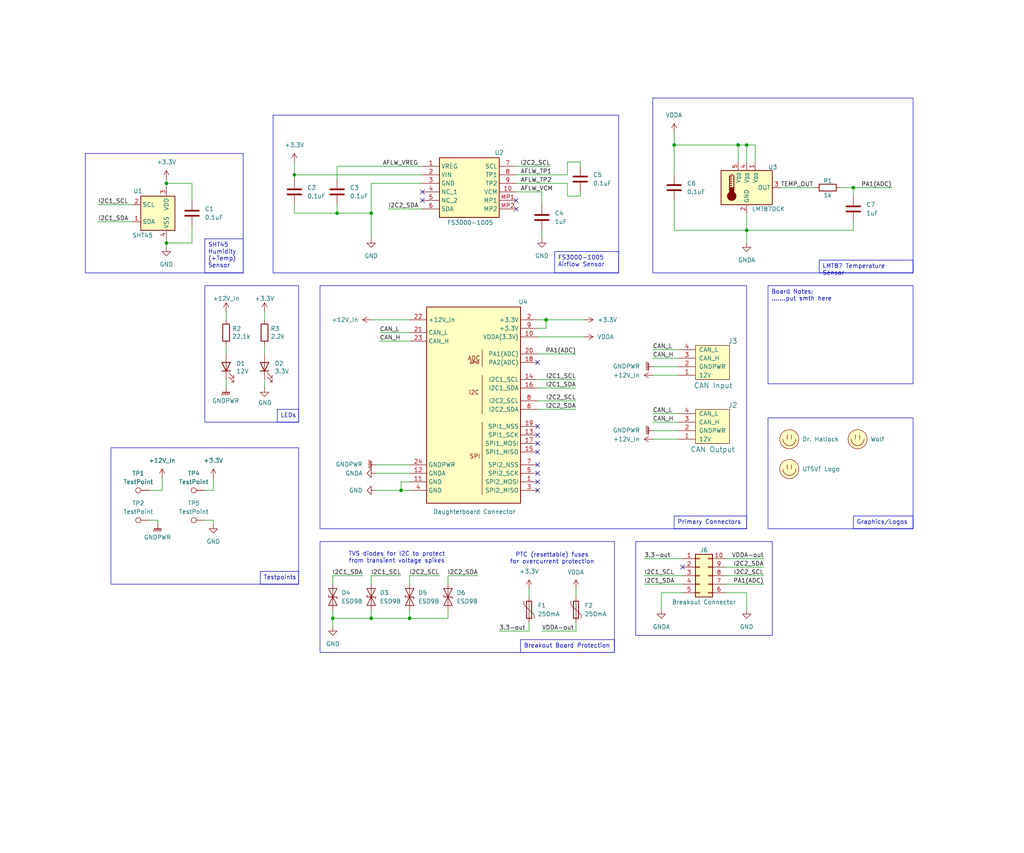
<source format=kicad_sch>
(kicad_sch (version 20231120) (generator "eeschema") (generator_version "8.0")
  (paper "User" 304.8 254)
  (title_block (title "DataAcq-EnvironmentBoard"))
  (lib_symbols
    (symbol "Connector:TestPoint" (pin_numbers hide) (pin_names (offset 0.762) hide)
      (property "Reference" "TP" (at 0 6.858 0))
      (property "Value" "TestPoint" (at 0 5.08 0))
      (symbol "TestPoint_0_1"
        (circle (center 0 3.302) (radius 0.762))
      )
      (symbol "TestPoint_1_1"
        (pin passive line (at 0 0 90) (length 2.54) (name "1") (number "1"))
      )
    )
    (symbol "Connector_Generic:Conn_02x05_Counter_Clockwise" (pin_names (offset 1.016) hide)
      (property "Reference" "J" (at 1.27 7.62 0))
      (property "Value" "Conn_02x05_Counter_Clockwise" (at 1.27 -7.62 0))
      (symbol "Conn_02x05_Counter_Clockwise_1_1"
        (rectangle (start -1.27 -4.953) (end 0 -5.207) (stroke (width 0.1524)))
        (rectangle (start -1.27 -2.413) (end 0 -2.667) (stroke (width 0.1524)))
        (rectangle (start -1.27 0.127) (end 0 -0.127) (stroke (width 0.1524)))
        (rectangle (start -1.27 2.667) (end 0 2.413) (stroke (width 0.1524)))
        (rectangle (start -1.27 5.207) (end 0 4.953) (stroke (width 0.1524)))
        (rectangle (start -1.27 6.35) (end 3.81 -6.35) (stroke (width 0.254)) (fill (type background)))
        (rectangle (start 3.81 -4.953) (end 2.54 -5.207) (stroke (width 0.1524)))
        (rectangle (start 3.81 -2.413) (end 2.54 -2.667) (stroke (width 0.1524)))
        (rectangle (start 3.81 0.127) (end 2.54 -0.127) (stroke (width 0.1524)))
        (rectangle (start 3.81 2.667) (end 2.54 2.413) (stroke (width 0.1524)))
        (rectangle (start 3.81 5.207) (end 2.54 4.953) (stroke (width 0.1524)))
        (pin passive line (at -5.08 5.08 0) (length 3.81) (name "Pin_1") (number "1"))
        (pin passive line (at 7.62 5.08 180) (length 3.81) (name "Pin_10") (number "10"))
        (pin passive line (at -5.08 2.54 0) (length 3.81) (name "Pin_2") (number "2"))
        (pin passive line (at -5.08 0 0) (length 3.81) (name "Pin_3") (number "3"))
        (pin passive line (at -5.08 -2.54 0) (length 3.81) (name "Pin_4") (number "4"))
        (pin passive line (at -5.08 -5.08 0) (length 3.81) (name "Pin_5") (number "5"))
        (pin passive line (at 7.62 -5.08 180) (length 3.81) (name "Pin_6") (number "6"))
        (pin passive line (at 7.62 -2.54 180) (length 3.81) (name "Pin_7") (number "7"))
        (pin passive line (at 7.62 0 180) (length 3.81) (name "Pin_8") (number "8"))
        (pin passive line (at 7.62 2.54 180) (length 3.81) (name "Pin_9") (number "9"))
      )
    )
    (symbol "Device:C" (pin_numbers hide) (pin_names (offset 0.254))
      (property "Reference" "C" (at 0.635 2.54 0))
      (property "Value" "C" (at 0.635 -2.54 0))
      (symbol "C_0_1"
        (polyline (pts (xy -2.032 -0.762) (xy 2.032 -0.762)) (stroke (width 0.508)))
        (polyline (pts (xy -2.032 0.762) (xy 2.032 0.762)) (stroke (width 0.508)))
      )
      (symbol "C_1_1"
        (pin passive line (at 0 3.81 270) (length 2.794) (name "~") (number "1"))
        (pin passive line (at 0 -3.81 90) (length 2.794) (name "~") (number "2"))
      )
    )
    (symbol "Device:LED" (pin_numbers hide) (pin_names (offset 1.016) hide)
      (property "Reference" "D" (at 0 2.54 0))
      (property "Value" "LED" (at 0 -2.54 0))
      (symbol "LED_0_1"
        (polyline (pts (xy -1.27 -1.27) (xy -1.27 1.27)) (stroke (width 0.254)))
        (polyline (pts (xy -1.27 0) (xy 1.27 0)))
        (polyline (pts (xy 1.27 -1.27) (xy 1.27 1.27) (xy -1.27 0) (xy 1.27 -1.27)) (stroke (width 0.254)))
        (polyline (pts (xy -3.048 -0.762) (xy -4.572 -2.286) (xy -3.81 -2.286) (xy -4.572 -2.286) (xy -4.572 -1.524)))
        (polyline (pts (xy -1.778 -0.762) (xy -3.302 -2.286) (xy -2.54 -2.286) (xy -3.302 -2.286) (xy -3.302 -1.524)))
      )
      (symbol "LED_1_1"
        (pin passive line (at -3.81 0 0) (length 2.54) (name "K") (number "1"))
        (pin passive line (at 3.81 0 180) (length 2.54) (name "A") (number "2"))
      )
    )
    (symbol "Device:Polyfuse" (pin_numbers hide) (pin_names (offset 0))
      (property "Reference" "F" (at -2.54 0 90))
      (property "Value" "Polyfuse" (at 2.54 0 90))
      (symbol "Polyfuse_0_1"
        (rectangle (start -0.762 2.54) (end 0.762 -2.54) (stroke (width 0.254)))
        (polyline (pts (xy 0 2.54) (xy 0 -2.54)))
        (polyline (pts (xy -1.524 2.54) (xy -1.524 1.524) (xy 1.524 -1.524) (xy 1.524 -2.54)))
      )
      (symbol "Polyfuse_1_1"
        (pin passive line (at 0 3.81 270) (length 1.27) (name "~") (number "1"))
        (pin passive line (at 0 -3.81 90) (length 1.27) (name "~") (number "2"))
      )
    )
    (symbol "Device:R" (pin_numbers hide) (pin_names (offset 0))
      (property "Reference" "R" (at 2.032 0 90))
      (property "Value" "R" (at 0 0 90))
      (symbol "R_0_1"
        (rectangle (start -1.016 -2.54) (end 1.016 2.54) (stroke (width 0.254)))
      )
      (symbol "R_1_1"
        (pin passive line (at 0 3.81 270) (length 1.27) (name "~") (number "1"))
        (pin passive line (at 0 -3.81 90) (length 1.27) (name "~") (number "2"))
      )
    )
    (symbol "Diode:ESD9B3.3ST5G" (pin_numbers hide) (pin_names (offset 1.016) hide)
      (property "Reference" "D" (at 0 2.54 0))
      (property "Value" "ESD9B3.3ST5G" (at 0 -2.54 0))
      (symbol "ESD9B3.3ST5G_0_1"
        (polyline (pts (xy 1.27 0) (xy -1.27 0)))
        (polyline (pts (xy -2.54 -1.27) (xy 0 0) (xy -2.54 1.27) (xy -2.54 -1.27)) (stroke (width 0.2032)))
        (polyline (pts (xy 0.508 1.27) (xy 0 1.27) (xy 0 -1.27) (xy -0.508 -1.27)) (stroke (width 0.2032)))
        (polyline (pts (xy 2.54 1.27) (xy 2.54 -1.27) (xy 0 0) (xy 2.54 1.27)) (stroke (width 0.2032)))
      )
      (symbol "ESD9B3.3ST5G_1_1"
        (pin passive line (at -3.81 0 0) (length 2.54) (name "A1") (number "1"))
        (pin passive line (at 3.81 0 180) (length 2.54) (name "A2") (number "2"))
      )
    )
    (symbol "SamacSys_Parts:FS3000-1005"
      (property "Reference" "U" (at 24.13 7.62 0))
      (property "Value" "FS3000-1005" (at 24.13 5.08 0))
      (symbol "FS3000-1005_1_1"
        (rectangle (start 5.08 2.54) (end 22.86 -15.24) (stroke (width 0.254)) (fill (type background)))
        (pin passive line (at 0 0 0) (length 5.08) (name "VREG") (number "1"))
        (pin passive line (at 27.94 -7.62 180) (length 5.08) (name "VCM") (number "10"))
        (pin passive line (at 0 -2.54 0) (length 5.08) (name "VIN") (number "2"))
        (pin passive line (at 0 -5.08 0) (length 5.08) (name "GND") (number "3"))
        (pin passive line (at 0 -7.62 0) (length 5.08) (name "NC_1") (number "4"))
        (pin passive line (at 0 -10.16 0) (length 5.08) (name "NC_2") (number "5"))
        (pin passive line (at 0 -12.7 0) (length 5.08) (name "SDA") (number "6"))
        (pin passive line (at 27.94 0 180) (length 5.08) (name "SCL") (number "7"))
        (pin passive line (at 27.94 -2.54 180) (length 5.08) (name "TP1") (number "8"))
        (pin passive line (at 27.94 -5.08 180) (length 5.08) (name "TP2") (number "9"))
        (pin passive line (at 27.94 -10.16 180) (length 5.08) (name "MP1") (number "MP1"))
        (pin passive line (at 27.94 -12.7 180) (length 5.08) (name "MP2") (number "MP2"))
      )
    )
    (symbol "Sensor_Humidity:SHT4x"
      (property "Reference" "U" (at 0 8.89 0))
      (property "Value" "SHT4x" (at 0 6.35 0))
      (symbol "SHT4x_1_1"
        (rectangle (start -5.08 5.08) (end 5.08 -5.08) (stroke (width 0.254)) (fill (type background)))
        (pin bidirectional line (at -7.62 -2.54 0) (length 2.54) (name "SDA") (number "1"))
        (pin input line (at -7.62 2.54 0) (length 2.54) (name "SCL") (number "2"))
        (pin power_in line (at 2.54 7.62 270) (length 2.54) (name "VDD") (number "3"))
        (pin power_in line (at 2.54 -7.62 90) (length 2.54) (name "VSS") (number "4"))
      )
    )
    (symbol "Sensor_Temperature:LMT87DCK"
      (property "Reference" "U" (at -6.35 6.35 0))
      (property "Value" "LMT87DCK" (at 5.08 6.35 0))
      (symbol "LMT87DCK_0_1"
        (rectangle (start -7.62 5.08) (end 7.62 -5.08) (stroke (width 0.254)) (fill (type background)))
        (circle (center -4.445 -2.54) (radius 1.27) (stroke (width 0.254)) (fill (type outline)))
        (rectangle (start -3.81 -1.905) (end -5.08 0) (stroke (width 0.254)) (fill (type outline)))
        (arc (start -3.81 3.175) (mid -4.445 3.8073) (end -5.08 3.175) (stroke (width 0.254)))
        (polyline (pts (xy -5.08 0.635) (xy -4.445 0.635)) (stroke (width 0.254)))
        (polyline (pts (xy -5.08 1.27) (xy -4.445 1.27)) (stroke (width 0.254)))
        (polyline (pts (xy -5.08 1.905) (xy -4.445 1.905)) (stroke (width 0.254)))
        (polyline (pts (xy -5.08 2.54) (xy -4.445 2.54)) (stroke (width 0.254)))
        (polyline (pts (xy -5.08 3.175) (xy -5.08 0)) (stroke (width 0.254)))
        (polyline (pts (xy -5.08 3.175) (xy -4.445 3.175)) (stroke (width 0.254)))
        (polyline (pts (xy -3.81 3.175) (xy -3.81 0)) (stroke (width 0.254)))
      )
      (symbol "LMT87DCK_1_1"
        (pin power_in line (at 2.54 7.62 270) (length 2.54) (name "V_{DD}") (number "1"))
        (pin power_in line (at 0 -7.62 90) (length 2.54) (name "GND") (number "2"))
        (pin output line (at 10.16 0 180) (length 2.54) (name "OUT") (number "3"))
        (pin power_in line (at 0 7.62 270) (length 2.54) (name "V_{DD}") (number "4"))
        (pin power_in line (at -2.54 7.62 270) (length 2.54) (name "V_{DD}") (number "5"))
      )
    )
    (symbol "power:+12V" (power) (pin_numbers hide) (pin_names (offset 0) hide)
      (property "Value" "+12V" (at 0 3.556 0))
      (symbol "+12V_0_1"
        (polyline (pts (xy -0.762 1.27) (xy 0 2.54)))
        (polyline (pts (xy 0 0) (xy 0 2.54)))
        (polyline (pts (xy 0 2.54) (xy 0.762 1.27)))
      )
      (symbol "+12V_1_1"
        (pin power_in line (at 0 0 90) (length 0) (name "~") (number "1"))
      )
    )
    (symbol "power:+3.3V" (power) (pin_numbers hide) (pin_names (offset 0) hide)
      (property "Value" "+3.3V" (at 0 3.556 0))
      (symbol "+3.3V_0_1"
        (polyline (pts (xy -0.762 1.27) (xy 0 2.54)))
        (polyline (pts (xy 0 0) (xy 0 2.54)))
        (polyline (pts (xy 0 2.54) (xy 0.762 1.27)))
      )
      (symbol "+3.3V_1_1"
        (pin power_in line (at 0 0 90) (length 0) (name "~") (number "1"))
      )
    )
    (symbol "power:GND" (power) (pin_numbers hide) (pin_names (offset 0) hide)
      (property "Value" "GND" (at 0 -3.81 0))
      (symbol "GND_0_1"
        (polyline (pts (xy 0 0) (xy 0 -1.27) (xy 1.27 -1.27) (xy 0 -2.54) (xy -1.27 -1.27) (xy 0 -1.27)))
      )
      (symbol "GND_1_1"
        (pin power_in line (at 0 0 270) (length 0) (name "~") (number "1"))
      )
    )
    (symbol "power:GNDA" (power) (pin_numbers hide) (pin_names (offset 0) hide)
      (property "Value" "GNDA" (at 0 -3.81 0))
      (symbol "GNDA_0_1"
        (polyline (pts (xy 0 0) (xy 0 -1.27) (xy 1.27 -1.27) (xy 0 -2.54) (xy -1.27 -1.27) (xy 0 -1.27)))
      )
      (symbol "GNDA_1_1"
        (pin power_in line (at 0 0 270) (length 0) (name "~") (number "1"))
      )
    )
    (symbol "power:GNDPWR" (power) (pin_numbers hide) (pin_names (offset 0) hide)
      (property "Value" "GNDPWR" (at 0 -3.302 0))
      (symbol "GNDPWR_0_1"
        (polyline (pts (xy 0 -1.27) (xy 0 0)))
        (polyline (pts (xy -1.016 -1.27) (xy -1.27 -2.032) (xy -1.27 -2.032)) (stroke (width 0.2032)))
        (polyline (pts (xy -0.508 -1.27) (xy -0.762 -2.032) (xy -0.762 -2.032)) (stroke (width 0.2032)))
        (polyline (pts (xy 0 -1.27) (xy -0.254 -2.032) (xy -0.254 -2.032)) (stroke (width 0.2032)))
        (polyline (pts (xy 0.508 -1.27) (xy 0.254 -2.032) (xy 0.254 -2.032)) (stroke (width 0.2032)))
        (polyline (pts (xy 1.016 -1.27) (xy -1.016 -1.27) (xy -1.016 -1.27)) (stroke (width 0.2032)))
        (polyline (pts (xy 1.016 -1.27) (xy 0.762 -2.032) (xy 0.762 -2.032) (xy 0.762 -2.032)) (stroke (width 0.2032)))
      )
      (symbol "GNDPWR_1_1"
        (pin power_in line (at 0 0 270) (length 0) (name "~") (number "1"))
      )
    )
    (symbol "power:VDDA" (power) (pin_numbers hide) (pin_names (offset 0) hide)
      (property "Value" "VDDA" (at 0 3.556 0))
      (symbol "VDDA_0_1"
        (polyline (pts (xy -0.762 1.27) (xy 0 2.54)))
        (polyline (pts (xy 0 0) (xy 0 2.54)))
        (polyline (pts (xy 0 2.54) (xy 0.762 1.27)))
      )
      (symbol "VDDA_1_1"
        (pin power_in line (at 0 0 90) (length 0) (name "~") (number "1"))
      )
    )
    (symbol "utsvt-connectors:PeripheralCANConnector" (pin_names (offset 1.016))
      (property "Reference" "J" (at 1.27 -6.35 0))
      (property "Value" "PeripheralCANConnector" (at 0 6.35 0))
      (symbol "PeripheralCANConnector_0_1"
        (rectangle (start -5.08 5.08) (end 5.08 -5.08) (fill (type background)))
      )
      (symbol "PeripheralCANConnector_1_1"
        (pin power_in line (at 10.16 3.81 180) (length 5.08) (name "12V") (number "1"))
        (pin power_in line (at 10.16 1.27 180) (length 5.08) (name "GNDPWR") (number "2"))
        (pin bidirectional line (at 10.16 -1.27 180) (length 5.08) (name "CAN_H") (number "3"))
        (pin bidirectional line (at 10.16 -3.81 180) (length 5.08) (name "CAN_L") (number "4"))
      )
    )
    (symbol "utsvt-misc:Logo_Placeholder" (pin_names (offset 1.016))
      (property "Value" "Logo_Placeholder" (at 0 3.81 0))
      (symbol "Logo_Placeholder_0_1"
        (arc (start -1.905 0) (mid 0 -1.8967) (end 1.905 0))
        (polyline (pts (xy -0.635 1.27) (xy -0.635 0)))
        (polyline (pts (xy 0.635 1.27) (xy 0.635 0)))
        (circle (center 0 0) (radius 2.8448) (fill (type background)))
      )
    )
    (symbol "utsvt-misc:PeripheralSOM"
      (property "Reference" "U" (at -13.716 30.48 0))
      (property "Value" "PeripheralSOM" (at 7.112 30.48 0))
      (property "P/N" "53307-2471" (at 0 0 0))
      (symbol "PeripheralSOM_1_1"
        (rectangle (start -13.97 29.21) (end 13.97 -29.21) (stroke (width 0.254)) (fill (type background)))
        (polyline (pts (xy 2.54 -5.08) (xy 2.54 -26.67)))
        (polyline (pts (xy 2.54 8.89) (xy 2.54 -2.54)))
        (polyline (pts (xy 2.54 16.51) (xy 2.54 11.43)))
        (text "ADC" (at 2.032 13.97 0) (effects (font (size 1.27 1.27)) (justify right)))
        (text "GPIO" (at 1.778 12.7 0) (effects (font (size 0.8 0.8)) (justify right)))
        (text "I2C" (at 1.778 3.81 0) (effects (font (size 1.27 1.27)) (justify right)))
        (text "SPI" (at 2.032 -15.24 0) (effects (font (size 1.27 1.27)) (justify right)))
        (pin passive line (at 19.05 -22.86 180) (length 5.08) (name "SPI2_MOSI") (number "1"))
        (pin passive line (at 19.05 20.32 180) (length 5.08) (name "VDDA(3.3V)") (number "10"))
        (pin output line (at -19.05 -22.86 0) (length 5.08) (name "GND") (number "11"))
        (pin output line (at -19.05 -20.32 0) (length 5.08) (name "GNDA") (number "12"))
        (pin passive line (at 19.05 -8.89 180) (length 5.08) (name "SPI1_SCK") (number "13"))
        (pin passive line (at 19.05 7.62 180) (length 5.08) (name "I2C1_SCL") (number "14"))
        (pin passive line (at 19.05 -13.97 180) (length 5.08) (name "SPI1_MISO") (number "15"))
        (pin passive line (at 19.05 5.08 180) (length 5.08) (name "I2C1_SDA") (number "16"))
        (pin passive line (at 19.05 -11.43 180) (length 5.08) (name "SPI1_MOSI") (number "17"))
        (pin passive line (at 19.05 12.7 180) (length 5.08) (name "PA2(ADC)") (number "18"))
        (pin passive line (at 19.05 -6.35 180) (length 5.08) (name "SPI1_NSS") (number "19"))
        (pin passive line (at 19.05 25.4 180) (length 5.08) (name "+3.3V") (number "2"))
        (pin passive line (at 19.05 15.24 180) (length 5.08) (name "PA1(ADC)") (number "20"))
        (pin passive line (at -19.05 21.59 0) (length 5.08) (name "CAN_L") (number "21"))
        (pin input line (at -19.05 25.4 0) (length 5.08) (name "+12V_In") (number "22"))
        (pin passive line (at -19.05 19.05 0) (length 5.08) (name "CAN_H") (number "23"))
        (pin passive line (at -19.05 -17.78 0) (length 5.08) (name "GNDPWR") (number "24"))
        (pin passive line (at 19.05 -25.4 180) (length 5.08) (name "SPI2_MISO") (number "3"))
        (pin output line (at -19.05 -25.4 0) (length 5.08) (name "GND") (number "4"))
        (pin passive line (at 19.05 -20.32 180) (length 5.08) (name "SPI2_SCK") (number "5"))
        (pin passive line (at 19.05 -1.27 180) (length 5.08) (name "I2C2_SDA") (number "6"))
        (pin passive line (at 19.05 -17.78 180) (length 5.08) (name "SPI2_NSS") (number "7"))
        (pin passive line (at 19.05 1.27 180) (length 5.08) (name "I2C2_SCL") (number "8"))
        (pin output line (at 19.05 22.86 180) (length 5.08) (name "+3.3V") (number "9"))
      )
    )
  )
  (junction (at 100.33 63.5))
  (junction (at 119.38 146.05))
  (junction (at 200.66 43.18))
  (junction (at 49.53 54.61))
  (junction (at 254 55.88))
  (junction (at 110.49 184.15))
  (junction (at 121.92 184.15))
  (junction (at 87.63 52.07))
  (junction (at 222.25 43.18))
  (junction (at 110.49 63.5))
  (junction (at 219.71 43.18))
  (junction (at 99.06 184.15))
  (junction (at 49.53 72.39))
  (junction (at 222.25 68.58))
  (junction (at 162.56 95.25))
  (no_connect (at 160.02 138.43))
  (no_connect (at 153.67 59.69))
  (no_connect (at 160.02 140.97))
  (no_connect (at 160.02 129.54))
  (no_connect (at 125.73 59.69))
  (no_connect (at 160.02 143.51))
  (no_connect (at 153.67 62.23))
  (no_connect (at 125.73 57.15))
  (no_connect (at 160.02 132.08))
  (no_connect (at 160.02 127))
  (no_connect (at 160.02 146.05))
  (no_connect (at 160.02 134.62))
  (no_connect (at 160.02 107.95))
  (no_connect (at 203.2 168.91))
  (wire (pts (xy 110.49 95.25) (xy 121.92 95.25)))
  (wire (pts (xy 194.31 106.68) (xy 201.93 106.68)))
  (wire (pts (xy 200.66 68.58) (xy 222.25 68.58)))
  (wire (pts (xy 194.31 128.27) (xy 201.93 128.27)))
  (wire (pts (xy 49.53 71.12) (xy 49.53 72.39)))
  (wire (pts (xy 57.15 67.31) (xy 57.15 72.39)))
  (wire (pts (xy 67.31 115.57) (xy 67.31 113.03)))
  (wire (pts (xy 191.77 166.37) (xy 203.2 166.37)))
  (wire (pts (xy 99.06 184.15) (xy 110.49 184.15)))
  (wire (pts (xy 215.9 168.91) (xy 227.33 168.91)))
  (wire (pts (xy 157.48 185.42) (xy 157.48 187.96)))
  (wire (pts (xy 49.53 53.34) (xy 49.53 54.61)))
  (wire (pts (xy 87.63 52.07) (xy 87.63 53.34)))
  (wire (pts (xy 215.9 173.99) (xy 227.33 173.99)))
  (wire (pts (xy 99.06 171.45) (xy 99.06 173.99)))
  (wire (pts (xy 194.31 111.76) (xy 201.93 111.76)))
  (wire (pts (xy 200.66 59.69) (xy 200.66 68.58)))
  (wire (pts (xy 161.29 68.58) (xy 161.29 71.12)))
  (wire (pts (xy 63.5 154.94) (xy 63.5 156.21)))
  (wire (pts (xy 110.49 54.61) (xy 125.73 54.61)))
  (wire (pts (xy 49.53 72.39) (xy 49.53 73.66)))
  (wire (pts (xy 153.67 49.53) (xy 163.83 49.53)))
  (wire (pts (xy 160.02 119.38) (xy 171.45 119.38)))
  (wire (pts (xy 100.33 49.53) (xy 125.73 49.53)))
  (wire (pts (xy 121.92 143.51) (xy 119.38 143.51)))
  (wire (pts (xy 160.02 100.33) (xy 173.99 100.33)))
  (wire (pts (xy 160.02 121.92) (xy 171.45 121.92)))
  (wire (pts (xy 121.92 181.61) (xy 121.92 184.15)))
  (wire (pts (xy 250.19 55.88) (xy 254 55.88)))
  (wire (pts (xy 100.33 63.5) (xy 110.49 63.5)))
  (wire (pts (xy 219.71 43.18) (xy 219.71 48.26)))
  (wire (pts (xy 29.21 66.04) (xy 39.37 66.04)))
  (wire (pts (xy 168.91 48.26) (xy 168.91 52.07)))
  (wire (pts (xy 172.72 58.42) (xy 172.72 57.15)))
  (wire (pts (xy 60.96 154.94) (xy 63.5 154.94)))
  (wire (pts (xy 100.33 60.96) (xy 100.33 63.5)))
  (wire (pts (xy 99.06 184.15) (xy 99.06 186.69)))
  (wire (pts (xy 160.02 95.25) (xy 162.56 95.25)))
  (wire (pts (xy 172.72 48.26) (xy 168.91 48.26)))
  (wire (pts (xy 161.29 57.15) (xy 153.67 57.15)))
  (wire (pts (xy 222.25 63.5) (xy 222.25 68.58)))
  (wire (pts (xy 115.57 62.23) (xy 125.73 62.23)))
  (wire (pts (xy 130.81 171.45) (xy 121.92 171.45)))
  (wire (pts (xy 222.25 43.18) (xy 222.25 48.26)))
  (wire (pts (xy 49.53 54.61) (xy 49.53 55.88)))
  (wire (pts (xy 110.49 54.61) (xy 110.49 63.5)))
  (wire (pts (xy 46.99 154.94) (xy 44.45 154.94)))
  (wire (pts (xy 215.9 166.37) (xy 227.33 166.37)))
  (wire (pts (xy 111.76 140.97) (xy 121.92 140.97)))
  (wire (pts (xy 44.45 146.05) (xy 48.26 146.05)))
  (wire (pts (xy 121.92 184.15) (xy 110.49 184.15)))
  (wire (pts (xy 254 66.04) (xy 254 68.58)))
  (wire (pts (xy 99.06 184.15) (xy 99.06 181.61)))
  (wire (pts (xy 172.72 58.42) (xy 168.91 58.42)))
  (wire (pts (xy 254 55.88) (xy 265.43 55.88)))
  (wire (pts (xy 148.59 187.96) (xy 157.48 187.96)))
  (wire (pts (xy 29.21 60.96) (xy 39.37 60.96)))
  (wire (pts (xy 203.2 176.53) (xy 196.85 176.53)))
  (wire (pts (xy 222.25 181.61) (xy 222.25 176.53)))
  (wire (pts (xy 171.45 175.26) (xy 171.45 177.8)))
  (wire (pts (xy 119.38 143.51) (xy 119.38 146.05)))
  (wire (pts (xy 200.66 43.18) (xy 200.66 52.07)))
  (wire (pts (xy 194.31 109.22) (xy 201.93 109.22)))
  (wire (pts (xy 196.85 176.53) (xy 196.85 181.61)))
  (wire (pts (xy 171.45 187.96) (xy 161.29 187.96)))
  (wire (pts (xy 119.38 146.05) (xy 121.92 146.05)))
  (wire (pts (xy 222.25 43.18) (xy 219.71 43.18)))
  (wire (pts (xy 63.5 142.24) (xy 63.5 146.05)))
  (wire (pts (xy 113.03 101.6) (xy 121.92 101.6)))
  (wire (pts (xy 100.33 53.34) (xy 100.33 49.53)))
  (wire (pts (xy 194.31 123.19) (xy 201.93 123.19)))
  (wire (pts (xy 133.35 184.15) (xy 121.92 184.15)))
  (wire (pts (xy 111.76 146.05) (xy 119.38 146.05)))
  (wire (pts (xy 162.56 97.79) (xy 162.56 95.25)))
  (wire (pts (xy 133.35 171.45) (xy 133.35 173.99)))
  (wire (pts (xy 161.29 60.96) (xy 161.29 57.15)))
  (wire (pts (xy 87.63 52.07) (xy 125.73 52.07)))
  (wire (pts (xy 194.31 104.14) (xy 201.93 104.14)))
  (wire (pts (xy 219.71 43.18) (xy 200.66 43.18)))
  (wire (pts (xy 222.25 68.58) (xy 254 68.58)))
  (wire (pts (xy 222.25 68.58) (xy 222.25 72.39)))
  (wire (pts (xy 87.63 48.26) (xy 87.63 52.07)))
  (wire (pts (xy 162.56 95.25) (xy 173.99 95.25)))
  (wire (pts (xy 121.92 171.45) (xy 121.92 173.99)))
  (wire (pts (xy 232.41 55.88) (xy 242.57 55.88)))
  (wire (pts (xy 48.26 146.05) (xy 48.26 142.24)))
  (wire (pts (xy 153.67 54.61) (xy 168.91 54.61)))
  (wire (pts (xy 110.49 71.12) (xy 110.49 63.5)))
  (wire (pts (xy 133.35 181.61) (xy 133.35 184.15)))
  (wire (pts (xy 87.63 60.96) (xy 87.63 63.5)))
  (wire (pts (xy 160.02 113.03) (xy 171.45 113.03)))
  (wire (pts (xy 119.38 171.45) (xy 110.49 171.45)))
  (wire (pts (xy 194.31 130.81) (xy 201.93 130.81)))
  (wire (pts (xy 142.24 171.45) (xy 133.35 171.45)))
  (wire (pts (xy 107.95 171.45) (xy 99.06 171.45)))
  (wire (pts (xy 111.76 138.43) (xy 121.92 138.43)))
  (wire (pts (xy 57.15 59.69) (xy 57.15 54.61)))
  (wire (pts (xy 157.48 177.8) (xy 157.48 175.26)))
  (wire (pts (xy 110.49 171.45) (xy 110.49 173.99)))
  (wire (pts (xy 57.15 54.61) (xy 49.53 54.61)))
  (wire (pts (xy 200.66 39.37) (xy 200.66 43.18)))
  (wire (pts (xy 160.02 105.41) (xy 171.45 105.41)))
  (wire (pts (xy 222.25 176.53) (xy 215.9 176.53)))
  (wire (pts (xy 168.91 52.07) (xy 153.67 52.07)))
  (wire (pts (xy 168.91 54.61) (xy 168.91 58.42)))
  (wire (pts (xy 172.72 49.53) (xy 172.72 48.26)))
  (wire (pts (xy 110.49 181.61) (xy 110.49 184.15)))
  (wire (pts (xy 215.9 171.45) (xy 227.33 171.45)))
  (wire (pts (xy 67.31 105.41) (xy 67.31 102.87)))
  (wire (pts (xy 78.74 105.41) (xy 78.74 102.87)))
  (wire (pts (xy 87.63 63.5) (xy 100.33 63.5)))
  (wire (pts (xy 194.31 125.73) (xy 201.93 125.73)))
  (wire (pts (xy 67.31 92.71) (xy 67.31 95.25)))
  (wire (pts (xy 224.79 48.26) (xy 224.79 43.18)))
  (wire (pts (xy 46.99 156.21) (xy 46.99 154.94)))
  (wire (pts (xy 224.79 43.18) (xy 222.25 43.18)))
  (wire (pts (xy 160.02 115.57) (xy 171.45 115.57)))
  (wire (pts (xy 171.45 185.42) (xy 171.45 187.96)))
  (wire (pts (xy 113.03 99.06) (xy 121.92 99.06)))
  (wire (pts (xy 57.15 72.39) (xy 49.53 72.39)))
  (wire (pts (xy 191.77 173.99) (xy 203.2 173.99)))
  (wire (pts (xy 191.77 171.45) (xy 203.2 171.45)))
  (wire (pts (xy 254 55.88) (xy 254 58.42)))
  (wire (pts (xy 78.74 92.71) (xy 78.74 95.25)))
  (wire (pts (xy 78.74 115.57) (xy 78.74 113.03)))
  (wire (pts (xy 60.96 146.05) (xy 63.5 146.05)))
  (wire (pts (xy 160.02 97.79) (xy 162.56 97.79)))
  (rectangle (start 228.6 124.46) (end 271.78 157.48))
  (rectangle (start 60.96 85.09) (end 88.9 125.73))
  (rectangle (start 95.25 85.09) (end 222.25 157.48))
  (rectangle (start 33.02 133.35) (end 88.9 173.99))
  (rectangle (start 189.23 161.29) (end 229.87 189.23))
  (rectangle (start 95.25 161.29) (end 182.88 194.31))
  (rectangle (start 194.31 29.21) (end 271.78 81.28))
  (rectangle (start 25.4 45.72) (end 72.39 81.28))
  (rectangle (start 81.28 34.29) (end 184.15 81.28))
  (text_box "LMT87 Temperature Sensor" (at 243.84 77.47 0) (size 27.94 3.81) (effects (font (size 1.27 1.27)) (justify left top)))
  (text_box "SHT45 Humidity (+Temp) Sensor\n" (at 60.96 71.12 0) (size 11.43 10.16) (effects (font (size 1.27 1.27)) (justify left top)))
  (text_box "Breakout Board Protection" (at 154.94 190.5 0) (size 27.94 3.81) (effects (font (size 1.27 1.27)) (justify left top)))
  (text_box "LEDs" (at 82.55 121.92 0) (size 6.35 3.81) (effects (font (size 1.27 1.27)) (justify left top)))
  (text_box "Board Notes:\n.......put smth here" (at 228.6 85.09 0) (size 43.18 29.21) (effects (font (size 1.27 1.27)) (justify left top)))
  (text_box "Primary Connectors" (at 200.66 153.67 0) (size 21.59 3.81) (effects (font (size 1.27 1.27)) (justify left top)))
  (text_box "FS3000-1005 Airflow Sensor" (at 165.1 74.93 0) (size 19.05 6.35) (effects (font (size 1.27 1.27)) (justify left top)))
  (text_box "Testpoints" (at 77.47 170.18 0) (size 11.43 3.81) (effects (font (size 1.27 1.27)) (justify left top)))
  (text_box "Graphics/Logos" (at 254 153.67 0) (size 17.78 3.81) (effects (font (size 1.27 1.27)) (justify left top)))
  (text "TVS diodes for I2C to protect\nfrom transient voltage spikes" (at 118.11 166.116 0) (effects (font (size 1.27 1.27))))
  (text "PTC (resettable) fuses\nfor overcurrent protection" (at 164.338 166.37 0) (effects (font (size 1.27 1.27))))
  (text "\n" (at 5.842 100.076 0) (effects (font (size 1.27 1.27)) (justify left)))
  (label "I2C1_SCL" (at 191.77 171.45 0))
  (label "3.3-out" (at 148.59 187.96 0))
  (label "I2C2_SCL" (at 227.33 171.45 180))
  (label "PA1(ADC)" (at 171.45 105.41 180))
  (label "I2C2_SCL" (at 130.81 171.45 180))
  (label "VDDA-out" (at 161.29 187.96 0))
  (label "CAN_L" (at 113.03 99.06 0))
  (label "I2C1_SDA" (at 171.45 115.57 180))
  (label "CAN_H" (at 194.31 125.73 0))
  (label "I2C2_SDA" (at 115.57 62.23 0))
  (label "CAN_H" (at 194.31 106.68 0))
  (label "I2C1_SDA" (at 107.95 171.45 180))
  (label "AFLW_VCM" (at 154.94 57.15 0))
  (label "AFLW_TP1" (at 154.94 52.07 0))
  (label "I2C1_SDA" (at 191.77 173.99 0))
  (label "AFLW_TP2" (at 154.94 54.61 0))
  (label "I2C2_SDA" (at 227.33 168.91 180))
  (label "I2C2_SDA" (at 171.45 121.92 180))
  (label "I2C2_SCL" (at 171.45 119.38 180))
  (label "AFLW_VREG" (at 124.46 49.53 180))
  (label "I2C1_SCL" (at 29.21 60.96 0))
  (label "CAN_L" (at 194.31 104.14 0))
  (label "3.3-out" (at 191.77 166.37 0))
  (label "I2C1_SCL" (at 119.38 171.45 180))
  (label "VDDA-out" (at 227.33 166.37 180))
  (label "I2C1_SDA" (at 29.21 66.04 0))
  (label "I2C1_SCL" (at 171.45 113.03 180))
  (label "TEMP_OUT" (at 232.41 55.88 0))
  (label "PA1(ADC)" (at 265.43 55.88 180))
  (label "I2C2_SCL" (at 163.83 49.53 180))
  (label "CAN_L" (at 194.31 123.19 0))
  (label "CAN_H" (at 113.03 101.6 0))
  (label "PA1(ADC)" (at 227.33 173.99 180))
  (label "I2C2_SDA" (at 142.24 171.45 180))
  (symbol (lib_id "utsvt-connectors:PeripheralCANConnector") (at 212.09 127 180) (unit 1)
    (property "Reference" "J2" (at 216.662 120.65 0) (effects (font (size 1.524 1.524)) (justify right)))
    (property "Value" "CAN Output" (at 205.486 133.858 0) (effects (font (size 1.524 1.524)) (justify right)))
    (property "Footprint" "UTSVT_Connectors:Molex_MicroFit3.0_1x4xP3.00mm_PolarizingPeg_Vertical" (effects (hide yes)))
    (property "Datasheet" "https://www.mouser.com/ProductDetail/Molex/43650-0244?qs=XoD1gVtqLQuEe6RJ38AzJQ%3D%3D" (effects (hide yes)))
    (property "Description" "Connection to the car's Peripheral CAN bus." (effects (hide yes)))
    (property "P/N" "436500244" (effects (hide yes)))
  )
  (symbol (lib_id "Device:C") (at 161.29 64.77 0) (unit 1)
    (property "Reference" "C4" (at 165.1 63.4999 0) (effects (justify left)))
    (property "Value" "1uF" (at 165.1 66.0399 0) (effects (justify left)))
    (property "Footprint" "Capacitor_SMD:C_0805_2012Metric" (effects (hide yes)))
    (property "Description" "Unpolarized capacitor" (effects (hide yes)))
    (property "P/N" "C0805C105K5PACTU" (effects (hide yes)))
  )
  (symbol (lib_id "Diode:ESD9B3.3ST5G") (at 99.06 177.8 270) (unit 1)
    (property "Reference" "D4" (at 101.6 176.5299 90) (effects (justify left)))
    (property "Value" "ESD9B" (at 101.6 179.0699 90) (effects (justify left)))
    (property "Footprint" "Diode_SMD:D_SOD-923" (effects (hide yes)))
    (property "Datasheet" "https://www.onsemi.com/pub/Collateral/ESD9B-D.PDF" (effects (hide yes)))
    (property "Description" "ESD protection diode, 3.3Vrwm, SOD-923" (effects (hide yes)))
    (property "P/N" "ESD9B3.3ST5G" (effects (hide yes)))
  )
  (symbol (lib_id "SamacSys_Parts:FS3000-1005") (at 125.73 49.53 0) (unit 1)
    (property "Reference" "U2" (at 148.59 45.466 0))
    (property "Value" "FS3000-1005" (at 139.954 66.294 0))
    (property "Footprint" "SamacSys_Parts:FS30001005" (effects (hide yes)))
    (property "Datasheet" "https://www.renesas.com/us/en/document/dst/fs3000-datasheet?language=en&r=1395551" (effects (hide yes)))
    (property "Description" "The FS3000 is a surface-mount type air velocity module utilizing a MEMS thermopile-based sensor. The FS3000 features a digital output with 12-bit resolution. The sensor comprises a solid thermal isolation technology and silicon-carbide coating to protect it from abrasive wear and water condensation.The FS3000 features a compact design fit for low profile enclosures." (effects (hide yes)))
    (property "Height" "4" (effects (hide yes)))
    (property "Mouser Part Number" "972-FS3000-1005" (effects (hide yes)))
    (property "Mouser Price/Stock" "https://www.mouser.co.uk/ProductDetail/Renesas-Electronics/FS3000-1005?qs=xZ%2FP%252Ba9zWqYVrq1uDYsQug%3D%3D" (effects (hide yes)))
    (property "Manufacturer_Name" "Renesas Electronics" (effects (hide yes)))
    (property "Manufacturer_Part_Number" "FS3000-1005" (effects (hide yes)))
    (property "P/N" "FS3000-1005" (effects (hide yes)))
  )
  (symbol (lib_id "power:+3.3V") (at 63.5 142.24 0) (unit 1)
    (property "Reference" "#PWR022" (effects (hide yes)))
    (property "Value" "+3.3V" (at 63.5 137.16 0))
    (property "Description" "Power symbol creates a global label with name \"+3.3V\"" (effects (hide yes)))
  )
  (symbol (lib_id "power:GND") (at 111.76 146.05 270) (unit 1)
    (property "Reference" "#PWR010" (effects (hide yes)))
    (property "Value" "GND" (at 107.95 146.0499 90) (effects (justify right)))
    (property "Description" "Power symbol creates a global label with name \"GND\" , ground" (effects (hide yes)))
  )
  (symbol (lib_id "power:+3.3V") (at 78.74 92.71 0) (unit 1)
    (property "Reference" "#PWR026" (effects (hide yes)))
    (property "Value" "+3.3V" (at 78.74 88.9 0))
    (property "Description" "Power symbol creates a global label with name \"+3.3V\"" (effects (hide yes)))
  )
  (symbol (lib_id "utsvt-misc:Logo_Placeholder") (at 234.95 139.7 0) (unit 1)
    (property "Reference" "LOGO3" (effects (hide yes)))
    (property "Value" "UTSVT Logo" (at 238.76 139.6999 0) (effects (justify left)))
    (property "Footprint" "UTSVT_Special:UTSVT_Logo_Symbol" (effects (hide yes)))
    (property "Description" "Graph footprint placeholder" (effects (hide yes)))
  )
  (symbol (lib_id "Device:C") (at 200.66 55.88 0) (unit 1)
    (property "Reference" "C6" (at 204.47 54.6099 0) (effects (justify left)))
    (property "Value" "0.1uF" (at 204.47 57.1499 0) (effects (justify left)))
    (property "Footprint" "Capacitor_SMD:C_0805_2012Metric" (effects (hide yes)))
    (property "Description" "Unpolarized capacitor" (effects (hide yes)))
    (property "P/N" "C0805C104M5RACTU" (effects (hide yes)))
  )
  (symbol (lib_id "Diode:ESD9B3.3ST5G") (at 121.92 177.8 270) (unit 1)
    (property "Reference" "D5" (at 124.46 176.5299 90) (effects (justify left)))
    (property "Value" "ESD9B" (at 124.46 179.0699 90) (effects (justify left)))
    (property "Footprint" "Diode_SMD:D_SOD-923" (effects (hide yes)))
    (property "Datasheet" "https://www.onsemi.com/pub/Collateral/ESD9B-D.PDF" (effects (hide yes)))
    (property "Description" "ESD protection diode, 3.3Vrwm, SOD-923" (effects (hide yes)))
    (property "P/N" "ESD9B3.3ST5G" (effects (hide yes)))
  )
  (symbol (lib_id "Device:Polyfuse") (at 171.45 181.61 180) (unit 1)
    (property "Reference" "F2" (at 173.99 180.3399 0) (effects (justify right)))
    (property "Value" "250mA" (at 173.99 182.8799 0) (effects (justify right)))
    (property "Footprint" "Fuse:Fuse_0603_1608Metric" (effects (hide yes)))
    (property "Datasheet" "https://www.mouser.com/ProductDetail/530-0ZCM0010FF2G" (effects (hide yes)))
    (property "Description" "Resettable fuse, polymeric positive temperature coefficient" (effects (hide yes)))
    (property "P/N" "0ZCM0010FF2G" (effects (hide yes)))
  )
  (symbol (lib_id "power:GND") (at 110.49 71.12 0) (unit 1)
    (property "Reference" "#PWR06" (effects (hide yes)))
    (property "Value" "GND" (at 110.49 76.2 0))
    (property "Description" "Power symbol creates a global label with name \"GND\" , ground" (effects (hide yes)))
  )
  (symbol (lib_id "power:GNDPWR") (at 111.76 138.43 270) (unit 1)
    (property "Reference" "#PWR08" (effects (hide yes)))
    (property "Value" "GNDPWR" (at 107.95 138.3029 90) (effects (justify right)))
    (property "Description" "Power symbol creates a global label with name \"GNDPWR\" , global ground" (effects (hide yes)))
  )
  (symbol (lib_id "Device:C") (at 172.72 53.34 0) (unit 1)
    (property "Reference" "C5" (at 176.53 52.0699 0) (effects (justify left)))
    (property "Value" "0.1uF" (at 176.53 54.6099 0) (effects (justify left)))
    (property "Footprint" "Capacitor_SMD:C_0805_2012Metric" (effects (hide yes)))
    (property "Description" "Unpolarized capacitor" (effects (hide yes)))
    (property "P/N" "C0805C104M5RACTU" (effects (hide yes)))
  )
  (symbol (lib_id "Device:C") (at 57.15 63.5 0) (unit 1)
    (property "Reference" "C1" (at 60.96 62.2299 0) (effects (justify left)))
    (property "Value" "0.1uF" (at 60.96 64.7699 0) (effects (justify left)))
    (property "Footprint" "Capacitor_SMD:C_0805_2012Metric" (effects (hide yes)))
    (property "Description" "Unpolarized capacitor" (effects (hide yes)))
    (property "P/N" "C0805C104M5RACTU" (effects (hide yes)))
  )
  (symbol (lib_id "power:GNDA") (at 111.76 140.97 270) (unit 1)
    (property "Reference" "#PWR011" (effects (hide yes)))
    (property "Value" "GNDA" (at 107.95 140.9699 90) (effects (justify right)))
    (property "Description" "Power symbol creates a global label with name \"GNDA\" , analog ground" (effects (hide yes)))
  )
  (symbol (lib_id "power:VDDA") (at 200.66 39.37 0) (unit 1)
    (property "Reference" "#PWR013" (effects (hide yes)))
    (property "Value" "VDDA" (at 198.12 34.29 0) (effects (justify left)))
    (property "Description" "Power symbol creates a global label with name \"VDDA\"" (effects (hide yes)))
  )
  (symbol (lib_id "power:+12V") (at 110.49 95.25 90) (unit 1)
    (property "Reference" "#PWR017" (effects (hide yes)))
    (property "Value" "+12V_In" (at 106.68 95.2499 90) (effects (justify left)))
    (property "Description" "Power symbol creates a global label with name \"+12V\"" (effects (hide yes)))
  )
  (symbol (lib_id "utsvt-misc:Logo_Placeholder") (at 255.27 130.81 0) (unit 1)
    (property "Reference" "LOGO4" (effects (hide yes)))
    (property "Value" "Wolf" (at 259.08 130.8099 0) (effects (justify left)))
    (property "Footprint" "images:wolf" (effects (hide yes)))
    (property "Description" "Graph footprint placeholder" (effects (hide yes)))
  )
  (symbol (lib_id "Sensor_Humidity:SHT4x") (at 46.99 63.5 0) (unit 1)
    (property "Reference" "U1" (at 39.624 56.896 0) (effects (justify left)))
    (property "Value" "SHT45" (at 39.37 70.104 0) (effects (justify left)))
    (property "Footprint" "Sensor_Humidity:Sensirion_DFN-4_1.5x1.5mm_P0.8mm_SHT4x_NoCentralPad" (effects (hide yes)))
    (property "Datasheet" "https://sensirion.com/media/documents/33FD6951/624C4357/Datasheet_SHT4x.pdf" (effects (hide yes)))
    (property "Description" "Digital Humidity and Temperature Sensor, +/-1%RH, +/-0.1degC, I2C, 1.08-3.6V, 16bit, DFN-4" (effects (hide yes)))
    (property "P/N" "SHT45-AD1B-R3 " (effects (hide yes)))
  )
  (symbol (lib_id "Device:LED") (at 67.31 109.22 90) (unit 1)
    (property "Reference" "D1" (at 70.3072 108.2548 90) (effects (justify right)))
    (property "Value" "12V" (at 70.3072 110.5662 90) (effects (justify right)))
    (property "Footprint" "LED_SMD:LED_0805_2012Metric" (effects (hide yes)))
    (property "Description" "Light emitting diode" (effects (hide yes)))
    (property "Color" "Green" (effects (hide yes)))
    (property "P/N" "APTD2012LCGCK" (effects (hide yes)))
    (property "Vf" "1.9V" (effects (hide yes)))
    (property "If" "2mA" (effects (hide yes)))
    (property "Mouser Part Number" "604-APTD2012LCGCK" (effects (hide yes)))
    (property "Inventory" "Y" (effects (hide yes)))
    (property "Mouser Price/Stock" "https://www.mouser.com/ProductDetail/Kingbright/APTD2012LCGCK?qs=AQlKX63v8RvNHN%2F9EGvNTg%3D%3D" (effects (hide yes)))
  )
  (symbol (lib_id "power:+12V") (at 48.26 142.24 0) (unit 1)
    (property "Reference" "#PWR020" (effects (hide yes)))
    (property "Value" "+12V_In" (at 48.26 137.16 0))
    (property "Description" "Power symbol creates a global label with name \"+12V\"" (effects (hide yes)))
  )
  (symbol (lib_id "Diode:ESD9B3.3ST5G") (at 110.49 177.8 270) (unit 1)
    (property "Reference" "D3" (at 113.03 176.5299 90) (effects (justify left)))
    (property "Value" "ESD9B" (at 113.03 179.0699 90) (effects (justify left)))
    (property "Footprint" "Diode_SMD:D_SOD-923" (effects (hide yes)))
    (property "Datasheet" "https://www.onsemi.com/pub/Collateral/ESD9B-D.PDF" (effects (hide yes)))
    (property "Description" "ESD protection diode, 3.3Vrwm, SOD-923" (effects (hide yes)))
    (property "P/N" "ESD9B3.3ST5G" (effects (hide yes)))
  )
  (symbol (lib_id "Device:Polyfuse") (at 157.48 181.61 0) (unit 1)
    (property "Reference" "F1" (at 160.02 180.3399 0) (effects (justify left)))
    (property "Value" "250mA" (at 160.02 182.8799 0) (effects (justify left)))
    (property "Footprint" "Fuse:Fuse_0603_1608Metric" (effects (hide yes)))
    (property "Datasheet" "https://www.mouser.com/ProductDetail/530-0ZCM0010FF2G" (effects (hide yes)))
    (property "Description" "Resettable fuse, polymeric positive temperature coefficient" (effects (hide yes)))
    (property "P/N" "0ZCM0010FF2G" (effects (hide yes)))
  )
  (symbol (lib_id "Diode:ESD9B3.3ST5G") (at 133.35 177.8 270) (unit 1)
    (property "Reference" "D6" (at 135.89 176.5299 90) (effects (justify left)))
    (property "Value" "ESD9B" (at 135.89 179.0699 90) (effects (justify left)))
    (property "Footprint" "Diode_SMD:D_SOD-923" (effects (hide yes)))
    (property "Datasheet" "https://www.onsemi.com/pub/Collateral/ESD9B-D.PDF" (effects (hide yes)))
    (property "Description" "ESD protection diode, 3.3Vrwm, SOD-923" (effects (hide yes)))
    (property "P/N" "ESD9B3.3ST5G" (effects (hide yes)))
  )
  (symbol (lib_id "Connector:TestPoint") (at 44.45 146.05 90) (unit 1)
    (property "Reference" "TP1" (at 41.148 140.97 90))
    (property "Value" "TestPoint" (at 41.148 143.51 90))
    (property "Footprint" "UTSVT_Special:TestPoint_HEX_3mmID" (effects (hide yes)))
    (property "Description" "test point" (effects (hide yes)))
  )
  (symbol (lib_id "power:GNDPWR") (at 67.31 115.57 0) (unit 1)
    (property "Reference" "#PWR025" (effects (hide yes)))
    (property "Value" "GNDPWR" (at 67.183 119.38 0))
    (property "Description" "Power symbol creates a global label with name \"GNDPWR\" , global ground" (effects (hide yes)))
  )
  (symbol (lib_id "power:GND") (at 99.06 186.69 0) (unit 1)
    (property "Reference" "#PWR029" (effects (hide yes)))
    (property "Value" "GND" (at 99.06 191.77 0))
    (property "Description" "Power symbol creates a global label with name \"GND\" , ground" (effects (hide yes)))
  )
  (symbol (lib_id "Device:C") (at 100.33 57.15 0) (unit 1)
    (property "Reference" "C3" (at 104.14 55.8799 0) (effects (justify left)))
    (property "Value" "0.1uF" (at 104.14 58.4199 0) (effects (justify left)))
    (property "Footprint" "Capacitor_SMD:C_0805_2012Metric" (effects (hide yes)))
    (property "Description" "Unpolarized capacitor" (effects (hide yes)))
    (property "P/N" "C0805C104M5RACTU" (effects (hide yes)))
  )
  (symbol (lib_id "power:GNDA") (at 196.85 181.61 0) (unit 1)
    (property "Reference" "#PWR02" (effects (hide yes)))
    (property "Value" "GNDA" (at 196.85 186.69 0))
    (property "Description" "Power symbol creates a global label with name \"GNDA\" , analog ground" (effects (hide yes)))
  )
  (symbol (lib_id "power:GNDPWR") (at 46.99 156.21 0) (unit 1)
    (property "Reference" "#PWR021" (effects (hide yes)))
    (property "Value" "GNDPWR" (at 46.863 160.02 0))
    (property "Description" "Power symbol creates a global label with name \"GNDPWR\" , global ground" (effects (hide yes)))
  )
  (symbol (lib_id "utsvt-misc:PeripheralSOM") (at 140.97 120.65 0) (unit 1)
    (property "Reference" "U4" (at 155.702 89.916 0))
    (property "Value" "Daughterboard Connector" (at 141.224 152.4 0))
    (property "Footprint" "UTSVT_Special:PeripheralSOM" (effects (hide yes)))
    (property "Datasheet" "https://tools.molex.com/pdm_docs/sd/533072071_sd.pdf" (effects (hide yes)))
    (property "P/N" "53307-2471" (effects (hide yes)))
    (property "Height" "3.85" (effects (hide yes)))
  )
  (symbol (lib_id "power:VDDA") (at 171.45 175.26 0) (unit 1)
    (property "Reference" "#PWR030" (effects (hide yes)))
    (property "Value" "VDDA" (at 168.91 170.434 0) (effects (justify left)))
    (property "Description" "Power symbol creates a global label with name \"VDDA\"" (effects (hide yes)))
  )
  (symbol (lib_id "power:+3.3V") (at 157.48 175.26 0) (unit 1)
    (property "Reference" "#PWR028" (effects (hide yes)))
    (property "Value" "+3.3V" (at 157.48 170.18 0))
    (property "Description" "Power symbol creates a global label with name \"+3.3V\"" (effects (hide yes)))
  )
  (symbol (lib_id "power:GNDPWR") (at 194.31 109.22 270) (unit 1)
    (property "Reference" "#PWR016" (effects (hide yes)))
    (property "Value" "GNDPWR" (at 190.5 109.0929 90) (effects (justify right)))
    (property "Description" "Power symbol creates a global label with name \"GNDPWR\" , global ground" (effects (hide yes)))
  )
  (symbol (lib_id "power:VDDA") (at 173.99 100.33 270) (unit 1)
    (property "Reference" "#PWR012" (effects (hide yes)))
    (property "Value" "VDDA" (at 177.8 100.3299 90) (effects (justify left)))
    (property "Description" "Power symbol creates a global label with name \"VDDA\"" (effects (hide yes)))
  )
  (symbol (lib_id "Device:C") (at 87.63 57.15 0) (unit 1)
    (property "Reference" "C2" (at 91.44 55.8799 0) (effects (justify left)))
    (property "Value" "0.1uF" (at 91.44 58.4199 0) (effects (justify left)))
    (property "Footprint" "Capacitor_SMD:C_0805_2012Metric" (effects (hide yes)))
    (property "Description" "Unpolarized capacitor" (effects (hide yes)))
    (property "P/N" "C0805C104M5RACTU" (effects (hide yes)))
  )
  (symbol (lib_id "power:GND") (at 49.53 73.66 0) (unit 1)
    (property "Reference" "#PWR04" (effects (hide yes)))
    (property "Value" "GND" (at 49.53 78.74 0))
    (property "Description" "Power symbol creates a global label with name \"GND\" , ground" (effects (hide yes)))
  )
  (symbol (lib_id "power:+3.3V") (at 87.63 48.26 0) (unit 1)
    (property "Reference" "#PWR05" (effects (hide yes)))
    (property "Value" "+3.3V" (at 87.63 43.18 0))
    (property "Description" "Power symbol creates a global label with name \"+3.3V\"" (effects (hide yes)))
  )
  (symbol (lib_id "power:GND") (at 222.25 181.61 0) (unit 1)
    (property "Reference" "#PWR01" (effects (hide yes)))
    (property "Value" "GND" (at 222.25 186.69 0))
    (property "Description" "Power symbol creates a global label with name \"GND\" , ground" (effects (hide yes)))
  )
  (symbol (lib_id "power:GND") (at 161.29 71.12 0) (unit 1)
    (property "Reference" "#PWR09" (effects (hide yes)))
    (property "Value" "GND" (at 161.29 76.2 0))
    (property "Description" "Power symbol creates a global label with name \"GND\" , ground" (effects (hide yes)))
  )
  (symbol (lib_id "Connector:TestPoint") (at 60.96 154.94 90) (unit 1)
    (property "Reference" "TP5" (at 57.658 149.86 90))
    (property "Value" "TestPoint" (at 57.658 152.4 90))
    (property "Footprint" "UTSVT_Special:TestPoint_HEX_3mmID" (effects (hide yes)))
    (property "Description" "test point" (effects (hide yes)))
  )
  (symbol (lib_id "power:+12V") (at 194.31 111.76 90) (unit 1)
    (property "Reference" "#PWR018" (effects (hide yes)))
    (property "Value" "+12V_In" (at 190.5 111.7599 90) (effects (justify left)))
    (property "Description" "Power symbol creates a global label with name \"+12V\"" (effects (hide yes)))
  )
  (symbol (lib_id "Device:R") (at 67.31 99.06 0) (unit 1)
    (property "Reference" "R2" (at 69.088 97.8916 0) (effects (justify left)))
    (property "Value" "22.1k" (at 69.088 100.203 0) (effects (justify left)))
    (property "Footprint" "Resistor_SMD:R_0805_2012Metric" (effects (hide yes)))
    (property "Description" "Resistor" (effects (hide yes)))
    (property "P/N" "CRCW080522K1FKEA" (effects (hide yes)))
    (property "Mouser Part Number" "71-CRCW0805-22.1K-E3" (effects (hide yes)))
    (property "Inventory" "Y" (effects (hide yes)))
    (property "Mouser Price/Stock" "https://www.mouser.com/ProductDetail/Vishay-Dale/CRCW080522K1FKEA?qs=fIsz7OpyEY%2F1GKOToH8JbQ%3D%3D" (effects (hide yes)))
  )
  (symbol (lib_id "Sensor_Temperature:LMT87DCK") (at 222.25 55.88 0) (unit 1)
    (property "Reference" "U3" (at 231.394 49.784 0) (effects (justify right)))
    (property "Value" "LMT87DCK" (at 233.68 62.23 0) (effects (justify right)))
    (property "Footprint" "Package_TO_SOT_SMD:SOT-353_SC-70-5" (effects (hide yes)))
    (property "Datasheet" "http://www.ti.com/lit/ds/symlink/lmt87-q1.pdf" (effects (hide yes)))
    (property "Description" "Analog temperature sensor, NTC, 0.3C accuracy, -13.6mV/C, -50C to +150C, 2.7 to 5.5V, SC-70-5" (effects (hide yes)))
    (property "P/N" "LMT87QDCKRQ1" (effects (hide yes)))
  )
  (symbol (lib_id "power:GNDA") (at 222.25 72.39 0) (unit 1)
    (property "Reference" "#PWR015" (effects (hide yes)))
    (property "Value" "GNDA" (at 222.25 77.47 0))
    (property "Description" "Power symbol creates a global label with name \"GNDA\" , analog ground" (effects (hide yes)))
  )
  (symbol (lib_id "Device:R") (at 246.38 55.88 90) (unit 1)
    (property "Reference" "R1" (at 246.38 53.848 90))
    (property "Value" "1k" (at 246.38 58.166 90))
    (property "Footprint" "Resistor_SMD:R_0805_2012Metric" (effects (hide yes)))
    (property "Description" "Resistor" (effects (hide yes)))
    (property "P/N" "CRCW08051K00FKEAC" (effects (hide yes)))
  )
  (symbol (lib_id "utsvt-misc:Logo_Placeholder") (at 234.95 130.81 0) (unit 1)
    (property "Reference" "LOGO2" (effects (hide yes)))
    (property "Value" "Dr. Hallock" (at 238.76 130.8099 0) (effects (justify left)))
    (property "Footprint" "UTSVT_Special:Hallock_Image_Tiny" (effects (hide yes)))
    (property "Description" "Graph footprint placeholder" (effects (hide yes)))
  )
  (symbol (lib_id "Device:C") (at 254 62.23 0) (unit 1)
    (property "Reference" "C7" (at 257.81 60.9599 0) (effects (justify left)))
    (property "Value" "1uF" (at 257.81 63.4999 0) (effects (justify left)))
    (property "Footprint" "Capacitor_SMD:C_0805_2012Metric" (effects (hide yes)))
    (property "Description" "Unpolarized capacitor" (effects (hide yes)))
    (property "P/N" "C0805C105K5PACTU" (effects (hide yes)))
  )
  (symbol (lib_id "power:GNDPWR") (at 194.31 128.27 270) (unit 1)
    (property "Reference" "#PWR07" (effects (hide yes)))
    (property "Value" "GNDPWR" (at 190.5 128.1429 90) (effects (justify right)))
    (property "Description" "Power symbol creates a global label with name \"GNDPWR\" , global ground" (effects (hide yes)))
  )
  (symbol (lib_id "power:+12V") (at 67.31 92.71 0) (unit 1)
    (property "Reference" "#PWR024" (effects (hide yes)))
    (property "Value" "+12V_In" (at 67.31 88.9 0))
    (property "Description" "Power symbol creates a global label with name \"+12V\"" (effects (hide yes)))
  )
  (symbol (lib_id "Connector_Generic:Conn_02x05_Counter_Clockwise") (at 208.28 171.45 0) (unit 1)
    (property "Reference" "J6" (at 209.55 163.83 0))
    (property "Value" "Breakout Connector" (at 209.55 179.324 0))
    (property "Footprint" "Connector_Molex:Molex_Nano-Fit_105310-xx10_2x05_P2.50mm_Vertical" (effects (hide yes)))
    (property "Datasheet" "https://www.literature.molex.com/SQLImages/kelmscott/Molex/PDF_Images/987651-1223.PDF" (effects (hide yes)))
    (property "Description" "Generic connector, double row, 02x05, counter clockwise pin numbering scheme (similar to DIP package numbering), script generated (kicad-library-utils/schlib/autogen/connector/)" (effects (hide yes)))
    (property "P/N" "1053101110" (effects (hide yes)))
  )
  (symbol (lib_id "Connector:TestPoint") (at 60.96 146.05 90) (unit 1)
    (property "Reference" "TP4" (at 57.658 140.97 90))
    (property "Value" "TestPoint" (at 57.658 143.51 90))
    (property "Footprint" "UTSVT_Special:TestPoint_HEX_3mmID" (effects (hide yes)))
    (property "Description" "test point" (effects (hide yes)))
  )
  (symbol (lib_id "Device:LED") (at 78.74 109.22 90) (unit 1)
    (property "Reference" "D2" (at 81.7372 108.2548 90) (effects (justify right)))
    (property "Value" "3.3V" (at 81.7372 110.5662 90) (effects (justify right)))
    (property "Footprint" "LED_SMD:LED_0805_2012Metric" (effects (hide yes)))
    (property "Description" "Light emitting diode" (effects (hide yes)))
    (property "Color" "Green" (effects (hide yes)))
    (property "P/N" "APTD2012LCGCK" (effects (hide yes)))
    (property "Vf" "1.9V" (effects (hide yes)))
    (property "If" "2mA" (effects (hide yes)))
    (property "Mouser Part Number" "604-APTD2012LCGCK" (effects (hide yes)))
  )
  (symbol (lib_id "power:+3.3V") (at 49.53 53.34 0) (unit 1)
    (property "Reference" "#PWR03" (effects (hide yes)))
    (property "Value" "+3.3V" (at 49.53 48.26 0))
    (property "Description" "Power symbol creates a global label with name \"+3.3V\"" (effects (hide yes)))
  )
  (symbol (lib_id "utsvt-connectors:PeripheralCANConnector") (at 212.09 107.95 180) (unit 1)
    (property "Reference" "J3" (at 216.662 101.6 0) (effects (font (size 1.524 1.524)) (justify right)))
    (property "Value" "CAN Input" (at 206.502 114.808 0) (effects (font (size 1.524 1.524)) (justify right)))
    (property "Footprint" "UTSVT_Connectors:Molex_MicroFit3.0_1x4xP3.00mm_PolarizingPeg_Vertical" (effects (hide yes)))
    (property "Datasheet" "https://www.mouser.com/ProductDetail/Molex/43650-0244?qs=XoD1gVtqLQuEe6RJ38AzJQ%3D%3D" (effects (hide yes)))
    (property "Description" "Connection to the car's Peripheral CAN bus." (effects (hide yes)))
    (property "P/N" "436500244" (effects (hide yes)))
  )
  (symbol (lib_id "power:+12V") (at 194.31 130.81 90) (unit 1)
    (property "Reference" "#PWR019" (effects (hide yes)))
    (property "Value" "+12V_In" (at 190.5 130.8099 90) (effects (justify left)))
    (property "Description" "Power symbol creates a global label with name \"+12V\"" (effects (hide yes)))
  )
  (symbol (lib_id "Connector:TestPoint") (at 44.45 154.94 90) (unit 1)
    (property "Reference" "TP2" (at 41.148 149.86 90))
    (property "Value" "TestPoint" (at 41.148 152.4 90))
    (property "Footprint" "UTSVT_Special:TestPoint_HEX_3mmID" (effects (hide yes)))
    (property "Description" "test point" (effects (hide yes)))
  )
  (symbol (lib_id "power:+3.3V") (at 173.99 95.25 270) (unit 1)
    (property "Reference" "#PWR014" (effects (hide yes)))
    (property "Value" "+3.3V" (at 177.8 95.2499 90) (effects (justify left)))
    (property "Description" "Power symbol creates a global label with name \"+3.3V\"" (effects (hide yes)))
  )
  (symbol (lib_id "power:GND") (at 78.74 115.57 0) (unit 1)
    (property "Reference" "#PWR027" (effects (hide yes)))
    (property "Value" "GND" (at 78.867 119.9642 0))
    (property "Description" "Power symbol creates a global label with name \"GND\" , ground" (effects (hide yes)))
  )
  (symbol (lib_id "power:GND") (at 63.5 156.21 0) (unit 1)
    (property "Reference" "#PWR023" (effects (hide yes)))
    (property "Value" "GND" (at 63.5 161.29 0))
    (property "Description" "Power symbol creates a global label with name \"GND\" , ground" (effects (hide yes)))
  )
  (symbol (lib_id "Device:R") (at 78.74 99.06 0) (unit 1)
    (property "Reference" "R3" (at 80.518 97.8916 0) (effects (justify left)))
    (property "Value" "2.2k" (at 80.518 100.203 0) (effects (justify left)))
    (property "Footprint" "Resistor_SMD:R_0805_2012Metric" (effects (hide yes)))
    (property "Description" "Resistor" (effects (hide yes)))
    (property "P/N" "SDR10EZPF2200" (effects (hide yes)))
    (property "Mouser Part Number" "Inventory" (effects (hide yes)))
  )
)
</source>
